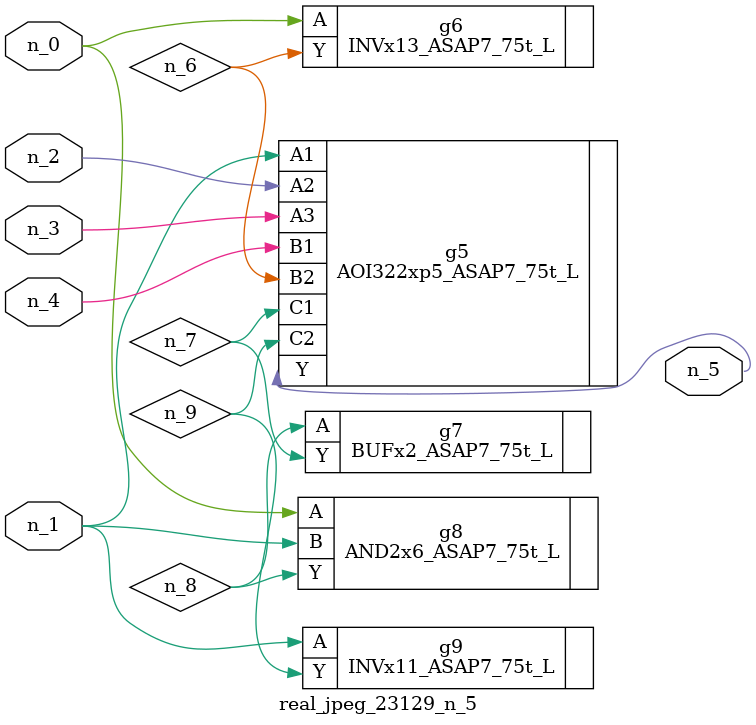
<source format=v>
module real_jpeg_23129_n_5 (n_4, n_0, n_1, n_2, n_3, n_5);

input n_4;
input n_0;
input n_1;
input n_2;
input n_3;

output n_5;

wire n_8;
wire n_6;
wire n_7;
wire n_9;

INVx13_ASAP7_75t_L g6 ( 
.A(n_0),
.Y(n_6)
);

AND2x6_ASAP7_75t_L g8 ( 
.A(n_0),
.B(n_1),
.Y(n_8)
);

AOI322xp5_ASAP7_75t_L g5 ( 
.A1(n_1),
.A2(n_2),
.A3(n_3),
.B1(n_4),
.B2(n_6),
.C1(n_7),
.C2(n_9),
.Y(n_5)
);

INVx11_ASAP7_75t_L g9 ( 
.A(n_1),
.Y(n_9)
);

BUFx2_ASAP7_75t_L g7 ( 
.A(n_8),
.Y(n_7)
);


endmodule
</source>
